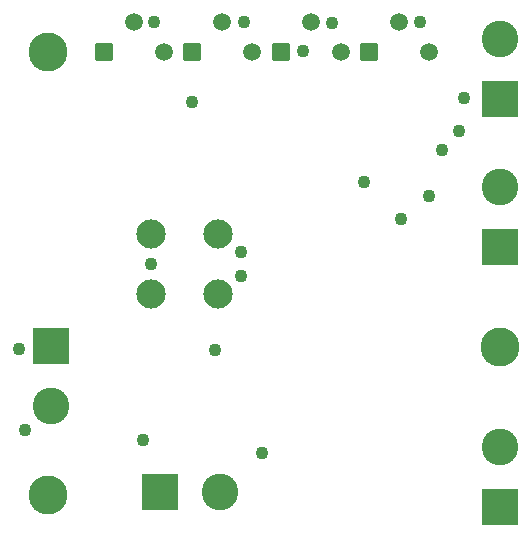
<source format=gbs>
G04 #@! TF.GenerationSoftware,KiCad,Pcbnew,6.0.9-8da3e8f707~116~ubuntu20.04.1*
G04 #@! TF.CreationDate,2023-04-19T18:10:52+00:00*
G04 #@! TF.ProjectId,LEC032002,4c454330-3332-4303-9032-2e6b69636164,rev?*
G04 #@! TF.SameCoordinates,Original*
G04 #@! TF.FileFunction,Soldermask,Bot*
G04 #@! TF.FilePolarity,Negative*
%FSLAX46Y46*%
G04 Gerber Fmt 4.6, Leading zero omitted, Abs format (unit mm)*
G04 Created by KiCad (PCBNEW 6.0.9-8da3e8f707~116~ubuntu20.04.1) date 2023-04-19 18:10:52*
%MOMM*%
%LPD*%
G01*
G04 APERTURE LIST*
G04 Aperture macros list*
%AMRoundRect*
0 Rectangle with rounded corners*
0 $1 Rounding radius*
0 $2 $3 $4 $5 $6 $7 $8 $9 X,Y pos of 4 corners*
0 Add a 4 corners polygon primitive as box body*
4,1,4,$2,$3,$4,$5,$6,$7,$8,$9,$2,$3,0*
0 Add four circle primitives for the rounded corners*
1,1,$1+$1,$2,$3*
1,1,$1+$1,$4,$5*
1,1,$1+$1,$6,$7*
1,1,$1+$1,$8,$9*
0 Add four rect primitives between the rounded corners*
20,1,$1+$1,$2,$3,$4,$5,0*
20,1,$1+$1,$4,$5,$6,$7,0*
20,1,$1+$1,$6,$7,$8,$9,0*
20,1,$1+$1,$8,$9,$2,$3,0*%
G04 Aperture macros list end*
%ADD10RoundRect,0.051000X-1.500000X1.500000X-1.500000X-1.500000X1.500000X-1.500000X1.500000X1.500000X0*%
%ADD11C,3.102000*%
%ADD12RoundRect,0.051000X1.500000X-1.500000X1.500000X1.500000X-1.500000X1.500000X-1.500000X-1.500000X0*%
%ADD13RoundRect,0.051000X-1.500000X-1.500000X1.500000X-1.500000X1.500000X1.500000X-1.500000X1.500000X0*%
%ADD14C,1.092600*%
%ADD15C,2.476900*%
%ADD16RoundRect,0.051000X-0.700000X-0.700000X0.700000X-0.700000X0.700000X0.700000X-0.700000X0.700000X0*%
%ADD17C,1.502000*%
%ADD18C,3.302000*%
%ADD19C,1.102000*%
G04 APERTURE END LIST*
D10*
G04 #@! TO.C,J1*
X163000000Y-103710000D03*
D11*
X163000000Y-108790000D03*
G04 #@! TD*
D12*
G04 #@! TO.C,J2*
X201000000Y-117290000D03*
D11*
X201000000Y-112210000D03*
G04 #@! TD*
D13*
G04 #@! TO.C,J3*
X172210000Y-116000000D03*
D11*
X177290000Y-116000000D03*
G04 #@! TD*
D12*
G04 #@! TO.C,J4*
X201000000Y-82790000D03*
D11*
X201000000Y-77710000D03*
G04 #@! TD*
D12*
G04 #@! TO.C,J5*
X201000000Y-95290000D03*
D11*
X201000000Y-90210000D03*
G04 #@! TD*
D14*
G04 #@! TO.C,PROG1*
X179060000Y-97766000D03*
D15*
X171440000Y-99290000D03*
X177155000Y-94210000D03*
D14*
X179060000Y-95734000D03*
D15*
X171440000Y-94210000D03*
D14*
X171440000Y-96750000D03*
D15*
X177155000Y-99290000D03*
G04 #@! TD*
D16*
G04 #@! TO.C,RV1*
X189960000Y-78750000D03*
D17*
X192500000Y-76210000D03*
X195040000Y-78750000D03*
G04 #@! TD*
D16*
G04 #@! TO.C,RV2*
X182460000Y-78750000D03*
D17*
X185000000Y-76210000D03*
X187540000Y-78750000D03*
G04 #@! TD*
D16*
G04 #@! TO.C,RV3*
X174960000Y-78750000D03*
D17*
X177500000Y-76210000D03*
X180040000Y-78750000D03*
G04 #@! TD*
D18*
G04 #@! TO.C,H3*
X162750000Y-116250000D03*
G04 #@! TD*
G04 #@! TO.C,H1*
X162750000Y-78750000D03*
G04 #@! TD*
G04 #@! TO.C,H2*
X201000000Y-103750000D03*
G04 #@! TD*
D16*
G04 #@! TO.C,RV4*
X167460000Y-78750000D03*
D17*
X170000000Y-76210000D03*
X172540000Y-78750000D03*
G04 #@! TD*
D19*
G04 #@! TO.C,TP1*
X160300000Y-103900000D03*
G04 #@! TD*
G04 #@! TO.C,TP2*
X160800000Y-110800000D03*
G04 #@! TD*
G04 #@! TO.C,TP3*
X184300000Y-78700000D03*
G04 #@! TD*
G04 #@! TO.C,TP4*
X180900000Y-112700000D03*
G04 #@! TD*
G04 #@! TO.C,TP5*
X192600000Y-92900000D03*
G04 #@! TD*
G04 #@! TO.C,TP6*
X196100000Y-87100000D03*
G04 #@! TD*
G04 #@! TO.C,TP7*
X197500000Y-85500000D03*
G04 #@! TD*
G04 #@! TO.C,TP8*
X194200000Y-76200000D03*
G04 #@! TD*
G04 #@! TO.C,TP9*
X186800000Y-76300000D03*
G04 #@! TD*
G04 #@! TO.C,TP10*
X179300000Y-76200000D03*
G04 #@! TD*
G04 #@! TO.C,TP11*
X171700000Y-76200000D03*
G04 #@! TD*
G04 #@! TO.C,TP12*
X174900000Y-83000000D03*
G04 #@! TD*
G04 #@! TO.C,TP13*
X176900000Y-104000000D03*
G04 #@! TD*
G04 #@! TO.C,TP16*
X189500000Y-89800000D03*
G04 #@! TD*
G04 #@! TO.C,TP17*
X195000000Y-91000000D03*
G04 #@! TD*
G04 #@! TO.C,TP18*
X170800000Y-111600000D03*
G04 #@! TD*
G04 #@! TO.C,TP15*
X198000000Y-82700000D03*
G04 #@! TD*
M02*

</source>
